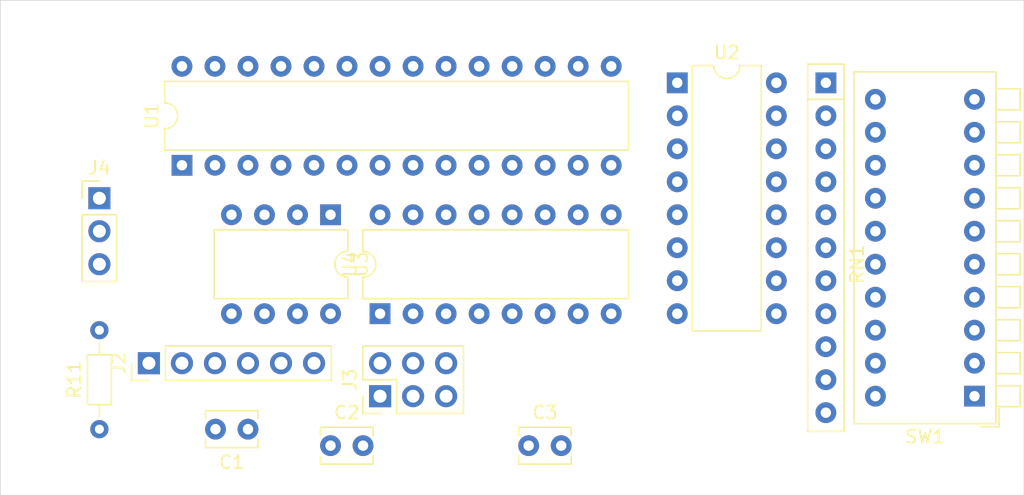
<source format=kicad_pcb>
(kicad_pcb (version 20171130) (host pcbnew "(5.1.9)-1")

  (general
    (thickness 1.6)
    (drawings 4)
    (tracks 0)
    (zones 0)
    (modules 13)
    (nets 26)
  )

  (page A)
  (title_block
    (title DMX-ACCS)
    (date 2022-02-05)
    (rev 00)
    (company "Patrick Farley")
  )

  (layers
    (0 F.Cu signal)
    (31 B.Cu signal)
    (32 B.Adhes user)
    (33 F.Adhes user)
    (34 B.Paste user)
    (35 F.Paste user)
    (36 B.SilkS user)
    (37 F.SilkS user)
    (38 B.Mask user)
    (39 F.Mask user)
    (40 Dwgs.User user)
    (41 Cmts.User user)
    (42 Eco1.User user)
    (43 Eco2.User user)
    (44 Edge.Cuts user)
    (45 Margin user)
    (46 B.CrtYd user)
    (47 F.CrtYd user)
    (48 B.Fab user)
    (49 F.Fab user)
  )

  (setup
    (last_trace_width 0.25)
    (trace_clearance 0.2)
    (zone_clearance 0.508)
    (zone_45_only no)
    (trace_min 0.2)
    (via_size 0.8)
    (via_drill 0.4)
    (via_min_size 0.4)
    (via_min_drill 0.3)
    (uvia_size 0.3)
    (uvia_drill 0.1)
    (uvias_allowed no)
    (uvia_min_size 0.2)
    (uvia_min_drill 0.1)
    (edge_width 0.05)
    (segment_width 0.2)
    (pcb_text_width 0.3)
    (pcb_text_size 1.5 1.5)
    (mod_edge_width 0.12)
    (mod_text_size 1 1)
    (mod_text_width 0.15)
    (pad_size 1.524 1.524)
    (pad_drill 0.762)
    (pad_to_mask_clearance 0)
    (aux_axis_origin 0 0)
    (visible_elements 7FFFFFFF)
    (pcbplotparams
      (layerselection 0x010fc_ffffffff)
      (usegerberextensions false)
      (usegerberattributes true)
      (usegerberadvancedattributes true)
      (creategerberjobfile true)
      (excludeedgelayer true)
      (linewidth 0.100000)
      (plotframeref false)
      (viasonmask false)
      (mode 1)
      (useauxorigin false)
      (hpglpennumber 1)
      (hpglpenspeed 20)
      (hpglpendiameter 15.000000)
      (psnegative false)
      (psa4output false)
      (plotreference true)
      (plotvalue true)
      (plotinvisibletext false)
      (padsonsilk false)
      (subtractmaskfromsilk false)
      (outputformat 1)
      (mirror false)
      (drillshape 1)
      (scaleselection 1)
      (outputdirectory ""))
  )

  (net 0 "")
  (net 1 "Net-(C1-Pad2)")
  (net 2 "Net-(J2-Pad5)")
  (net 3 "Net-(J3-Pad4)")
  (net 4 "Net-(J3-Pad1)")
  (net 5 "Net-(J3-Pad3)")
  (net 6 +5V)
  (net 7 GND)
  (net 8 "Net-(C1-Pad1)")
  (net 9 DMX-DATA-IN)
  (net 10 ADD_DMX_DATA)
  (net 11 "Net-(U2-Pad10)")
  (net 12 "Net-(J4-Pad3)")
  (net 13 "Net-(J4-Pad2)")
  (net 14 "Net-(RN1-Pad2)")
  (net 15 "Net-(RN1-Pad3)")
  (net 16 "Net-(RN1-Pad4)")
  (net 17 "Net-(RN1-Pad5)")
  (net 18 "Net-(RN1-Pad6)")
  (net 19 "Net-(RN1-Pad7)")
  (net 20 "Net-(RN1-Pad8)")
  (net 21 "Net-(RN1-Pad9)")
  (net 22 "Net-(RN1-Pad10)")
  (net 23 "Net-(RN1-Pad11)")
  (net 24 CLOCK)
  (net 25 LOAD)

  (net_class Default "This is the default net class."
    (clearance 0.2)
    (trace_width 0.25)
    (via_dia 0.8)
    (via_drill 0.4)
    (uvia_dia 0.3)
    (uvia_drill 0.1)
    (add_net +5V)
    (add_net ADD_DMX_DATA)
    (add_net CLOCK)
    (add_net DMX-DATA-IN)
    (add_net GND)
    (add_net LOAD)
    (add_net "Net-(C1-Pad1)")
    (add_net "Net-(C1-Pad2)")
    (add_net "Net-(J2-Pad5)")
    (add_net "Net-(J3-Pad1)")
    (add_net "Net-(J3-Pad3)")
    (add_net "Net-(J3-Pad4)")
    (add_net "Net-(J4-Pad2)")
    (add_net "Net-(J4-Pad3)")
    (add_net "Net-(RN1-Pad10)")
    (add_net "Net-(RN1-Pad11)")
    (add_net "Net-(RN1-Pad2)")
    (add_net "Net-(RN1-Pad3)")
    (add_net "Net-(RN1-Pad4)")
    (add_net "Net-(RN1-Pad5)")
    (add_net "Net-(RN1-Pad6)")
    (add_net "Net-(RN1-Pad7)")
    (add_net "Net-(RN1-Pad8)")
    (add_net "Net-(RN1-Pad9)")
    (add_net "Net-(U2-Pad10)")
  )

  (module Capacitor_THT:C_Disc_D3.8mm_W2.6mm_P2.50mm (layer F.Cu) (tedit 5AE50EF0) (tstamp 6200FB1E)
    (at 82.55 83.82 180)
    (descr "C, Disc series, Radial, pin pitch=2.50mm, , diameter*width=3.8*2.6mm^2, Capacitor, http://www.vishay.com/docs/45233/krseries.pdf")
    (tags "C Disc series Radial pin pitch 2.50mm  diameter 3.8mm width 2.6mm Capacitor")
    (path /62013509)
    (fp_text reference C1 (at 1.25 -2.55) (layer F.SilkS)
      (effects (font (size 1 1) (thickness 0.15)))
    )
    (fp_text value C (at 1.25 2.55) (layer F.Fab)
      (effects (font (size 1 1) (thickness 0.15)))
    )
    (fp_line (start 3.55 -1.55) (end -1.05 -1.55) (layer F.CrtYd) (width 0.05))
    (fp_line (start 3.55 1.55) (end 3.55 -1.55) (layer F.CrtYd) (width 0.05))
    (fp_line (start -1.05 1.55) (end 3.55 1.55) (layer F.CrtYd) (width 0.05))
    (fp_line (start -1.05 -1.55) (end -1.05 1.55) (layer F.CrtYd) (width 0.05))
    (fp_line (start 3.27 0.795) (end 3.27 1.42) (layer F.SilkS) (width 0.12))
    (fp_line (start 3.27 -1.42) (end 3.27 -0.795) (layer F.SilkS) (width 0.12))
    (fp_line (start -0.77 0.795) (end -0.77 1.42) (layer F.SilkS) (width 0.12))
    (fp_line (start -0.77 -1.42) (end -0.77 -0.795) (layer F.SilkS) (width 0.12))
    (fp_line (start -0.77 1.42) (end 3.27 1.42) (layer F.SilkS) (width 0.12))
    (fp_line (start -0.77 -1.42) (end 3.27 -1.42) (layer F.SilkS) (width 0.12))
    (fp_line (start 3.15 -1.3) (end -0.65 -1.3) (layer F.Fab) (width 0.1))
    (fp_line (start 3.15 1.3) (end 3.15 -1.3) (layer F.Fab) (width 0.1))
    (fp_line (start -0.65 1.3) (end 3.15 1.3) (layer F.Fab) (width 0.1))
    (fp_line (start -0.65 -1.3) (end -0.65 1.3) (layer F.Fab) (width 0.1))
    (fp_text user %R (at 1.25 0) (layer F.Fab)
      (effects (font (size 0.76 0.76) (thickness 0.114)))
    )
    (pad 1 thru_hole circle (at 0 0 180) (size 1.6 1.6) (drill 0.8) (layers *.Cu *.Mask)
      (net 8 "Net-(C1-Pad1)"))
    (pad 2 thru_hole circle (at 2.5 0 180) (size 1.6 1.6) (drill 0.8) (layers *.Cu *.Mask)
      (net 1 "Net-(C1-Pad2)"))
    (model ${KISYS3DMOD}/Capacitor_THT.3dshapes/C_Disc_D3.8mm_W2.6mm_P2.50mm.wrl
      (at (xyz 0 0 0))
      (scale (xyz 1 1 1))
      (rotate (xyz 0 0 0))
    )
  )

  (module Capacitor_THT:C_Disc_D3.8mm_W2.6mm_P2.50mm (layer F.Cu) (tedit 5AE50EF0) (tstamp 6200EB38)
    (at 88.9 85.09)
    (descr "C, Disc series, Radial, pin pitch=2.50mm, , diameter*width=3.8*2.6mm^2, Capacitor, http://www.vishay.com/docs/45233/krseries.pdf")
    (tags "C Disc series Radial pin pitch 2.50mm  diameter 3.8mm width 2.6mm Capacitor")
    (path /620050BC/5EB0BEA5)
    (fp_text reference C2 (at 1.25 -2.55) (layer F.SilkS)
      (effects (font (size 1 1) (thickness 0.15)))
    )
    (fp_text value 0.1UF (at 1.25 2.55) (layer F.Fab)
      (effects (font (size 1 1) (thickness 0.15)))
    )
    (fp_line (start 3.55 -1.55) (end -1.05 -1.55) (layer F.CrtYd) (width 0.05))
    (fp_line (start 3.55 1.55) (end 3.55 -1.55) (layer F.CrtYd) (width 0.05))
    (fp_line (start -1.05 1.55) (end 3.55 1.55) (layer F.CrtYd) (width 0.05))
    (fp_line (start -1.05 -1.55) (end -1.05 1.55) (layer F.CrtYd) (width 0.05))
    (fp_line (start 3.27 0.795) (end 3.27 1.42) (layer F.SilkS) (width 0.12))
    (fp_line (start 3.27 -1.42) (end 3.27 -0.795) (layer F.SilkS) (width 0.12))
    (fp_line (start -0.77 0.795) (end -0.77 1.42) (layer F.SilkS) (width 0.12))
    (fp_line (start -0.77 -1.42) (end -0.77 -0.795) (layer F.SilkS) (width 0.12))
    (fp_line (start -0.77 1.42) (end 3.27 1.42) (layer F.SilkS) (width 0.12))
    (fp_line (start -0.77 -1.42) (end 3.27 -1.42) (layer F.SilkS) (width 0.12))
    (fp_line (start 3.15 -1.3) (end -0.65 -1.3) (layer F.Fab) (width 0.1))
    (fp_line (start 3.15 1.3) (end 3.15 -1.3) (layer F.Fab) (width 0.1))
    (fp_line (start -0.65 1.3) (end 3.15 1.3) (layer F.Fab) (width 0.1))
    (fp_line (start -0.65 -1.3) (end -0.65 1.3) (layer F.Fab) (width 0.1))
    (fp_text user %R (at 1.25 0) (layer F.Fab)
      (effects (font (size 0.76 0.76) (thickness 0.114)))
    )
    (pad 1 thru_hole circle (at 0 0) (size 1.6 1.6) (drill 0.8) (layers *.Cu *.Mask)
      (net 6 +5V))
    (pad 2 thru_hole circle (at 2.5 0) (size 1.6 1.6) (drill 0.8) (layers *.Cu *.Mask)
      (net 7 GND))
    (model ${KISYS3DMOD}/Capacitor_THT.3dshapes/C_Disc_D3.8mm_W2.6mm_P2.50mm.wrl
      (at (xyz 0 0 0))
      (scale (xyz 1 1 1))
      (rotate (xyz 0 0 0))
    )
  )

  (module Capacitor_THT:C_Disc_D3.8mm_W2.6mm_P2.50mm (layer F.Cu) (tedit 5AE50EF0) (tstamp 6200EB4D)
    (at 104.14 85.09)
    (descr "C, Disc series, Radial, pin pitch=2.50mm, , diameter*width=3.8*2.6mm^2, Capacitor, http://www.vishay.com/docs/45233/krseries.pdf")
    (tags "C Disc series Radial pin pitch 2.50mm  diameter 3.8mm width 2.6mm Capacitor")
    (path /620050BC/5EB0BDFE)
    (fp_text reference C3 (at 1.25 -2.55) (layer F.SilkS)
      (effects (font (size 1 1) (thickness 0.15)))
    )
    (fp_text value 0.1UF (at 1.25 2.55) (layer F.Fab)
      (effects (font (size 1 1) (thickness 0.15)))
    )
    (fp_text user %R (at 1.25 0) (layer F.Fab)
      (effects (font (size 0.76 0.76) (thickness 0.114)))
    )
    (fp_line (start -0.65 -1.3) (end -0.65 1.3) (layer F.Fab) (width 0.1))
    (fp_line (start -0.65 1.3) (end 3.15 1.3) (layer F.Fab) (width 0.1))
    (fp_line (start 3.15 1.3) (end 3.15 -1.3) (layer F.Fab) (width 0.1))
    (fp_line (start 3.15 -1.3) (end -0.65 -1.3) (layer F.Fab) (width 0.1))
    (fp_line (start -0.77 -1.42) (end 3.27 -1.42) (layer F.SilkS) (width 0.12))
    (fp_line (start -0.77 1.42) (end 3.27 1.42) (layer F.SilkS) (width 0.12))
    (fp_line (start -0.77 -1.42) (end -0.77 -0.795) (layer F.SilkS) (width 0.12))
    (fp_line (start -0.77 0.795) (end -0.77 1.42) (layer F.SilkS) (width 0.12))
    (fp_line (start 3.27 -1.42) (end 3.27 -0.795) (layer F.SilkS) (width 0.12))
    (fp_line (start 3.27 0.795) (end 3.27 1.42) (layer F.SilkS) (width 0.12))
    (fp_line (start -1.05 -1.55) (end -1.05 1.55) (layer F.CrtYd) (width 0.05))
    (fp_line (start -1.05 1.55) (end 3.55 1.55) (layer F.CrtYd) (width 0.05))
    (fp_line (start 3.55 1.55) (end 3.55 -1.55) (layer F.CrtYd) (width 0.05))
    (fp_line (start 3.55 -1.55) (end -1.05 -1.55) (layer F.CrtYd) (width 0.05))
    (pad 2 thru_hole circle (at 2.5 0) (size 1.6 1.6) (drill 0.8) (layers *.Cu *.Mask)
      (net 7 GND))
    (pad 1 thru_hole circle (at 0 0) (size 1.6 1.6) (drill 0.8) (layers *.Cu *.Mask)
      (net 6 +5V))
    (model ${KISYS3DMOD}/Capacitor_THT.3dshapes/C_Disc_D3.8mm_W2.6mm_P2.50mm.wrl
      (at (xyz 0 0 0))
      (scale (xyz 1 1 1))
      (rotate (xyz 0 0 0))
    )
  )

  (module Connector_PinHeader_2.54mm:PinHeader_1x06_P2.54mm_Vertical (layer F.Cu) (tedit 59FED5CC) (tstamp 6200EB80)
    (at 74.93 78.74 90)
    (descr "Through hole straight pin header, 1x06, 2.54mm pitch, single row")
    (tags "Through hole pin header THT 1x06 2.54mm single row")
    (path /6200110D)
    (fp_text reference J2 (at 0 -2.33 90) (layer F.SilkS)
      (effects (font (size 1 1) (thickness 0.15)))
    )
    (fp_text value Conn_01x06 (at 0 15.03 90) (layer F.Fab)
      (effects (font (size 1 1) (thickness 0.15)))
    )
    (fp_line (start 1.8 -1.8) (end -1.8 -1.8) (layer F.CrtYd) (width 0.05))
    (fp_line (start 1.8 14.5) (end 1.8 -1.8) (layer F.CrtYd) (width 0.05))
    (fp_line (start -1.8 14.5) (end 1.8 14.5) (layer F.CrtYd) (width 0.05))
    (fp_line (start -1.8 -1.8) (end -1.8 14.5) (layer F.CrtYd) (width 0.05))
    (fp_line (start -1.33 -1.33) (end 0 -1.33) (layer F.SilkS) (width 0.12))
    (fp_line (start -1.33 0) (end -1.33 -1.33) (layer F.SilkS) (width 0.12))
    (fp_line (start -1.33 1.27) (end 1.33 1.27) (layer F.SilkS) (width 0.12))
    (fp_line (start 1.33 1.27) (end 1.33 14.03) (layer F.SilkS) (width 0.12))
    (fp_line (start -1.33 1.27) (end -1.33 14.03) (layer F.SilkS) (width 0.12))
    (fp_line (start -1.33 14.03) (end 1.33 14.03) (layer F.SilkS) (width 0.12))
    (fp_line (start -1.27 -0.635) (end -0.635 -1.27) (layer F.Fab) (width 0.1))
    (fp_line (start -1.27 13.97) (end -1.27 -0.635) (layer F.Fab) (width 0.1))
    (fp_line (start 1.27 13.97) (end -1.27 13.97) (layer F.Fab) (width 0.1))
    (fp_line (start 1.27 -1.27) (end 1.27 13.97) (layer F.Fab) (width 0.1))
    (fp_line (start -0.635 -1.27) (end 1.27 -1.27) (layer F.Fab) (width 0.1))
    (fp_text user %R (at 0 6.35) (layer F.Fab)
      (effects (font (size 1 1) (thickness 0.15)))
    )
    (pad 1 thru_hole rect (at 0 0 90) (size 1.7 1.7) (drill 1) (layers *.Cu *.Mask)
      (net 7 GND))
    (pad 2 thru_hole oval (at 0 2.54 90) (size 1.7 1.7) (drill 1) (layers *.Cu *.Mask))
    (pad 3 thru_hole oval (at 0 5.08 90) (size 1.7 1.7) (drill 1) (layers *.Cu *.Mask)
      (net 6 +5V))
    (pad 4 thru_hole oval (at 0 7.62 90) (size 1.7 1.7) (drill 1) (layers *.Cu *.Mask)
      (net 9 DMX-DATA-IN))
    (pad 5 thru_hole oval (at 0 10.16 90) (size 1.7 1.7) (drill 1) (layers *.Cu *.Mask)
      (net 2 "Net-(J2-Pad5)"))
    (pad 6 thru_hole oval (at 0 12.7 90) (size 1.7 1.7) (drill 1) (layers *.Cu *.Mask)
      (net 8 "Net-(C1-Pad1)"))
    (model ${KISYS3DMOD}/Connector_PinHeader_2.54mm.3dshapes/PinHeader_1x06_P2.54mm_Vertical.wrl
      (at (xyz 0 0 0))
      (scale (xyz 1 1 1))
      (rotate (xyz 0 0 0))
    )
  )

  (module Connector_PinHeader_2.54mm:PinHeader_2x03_P2.54mm_Vertical (layer F.Cu) (tedit 59FED5CC) (tstamp 6200EB9C)
    (at 92.71 81.28 90)
    (descr "Through hole straight pin header, 2x03, 2.54mm pitch, double rows")
    (tags "Through hole pin header THT 2x03 2.54mm double row")
    (path /6200202E)
    (fp_text reference J3 (at 1.27 -2.33 90) (layer F.SilkS)
      (effects (font (size 1 1) (thickness 0.15)))
    )
    (fp_text value Conn_02x03_Odd_Even (at 1.27 7.41 90) (layer F.Fab)
      (effects (font (size 1 1) (thickness 0.15)))
    )
    (fp_line (start 4.35 -1.8) (end -1.8 -1.8) (layer F.CrtYd) (width 0.05))
    (fp_line (start 4.35 6.85) (end 4.35 -1.8) (layer F.CrtYd) (width 0.05))
    (fp_line (start -1.8 6.85) (end 4.35 6.85) (layer F.CrtYd) (width 0.05))
    (fp_line (start -1.8 -1.8) (end -1.8 6.85) (layer F.CrtYd) (width 0.05))
    (fp_line (start -1.33 -1.33) (end 0 -1.33) (layer F.SilkS) (width 0.12))
    (fp_line (start -1.33 0) (end -1.33 -1.33) (layer F.SilkS) (width 0.12))
    (fp_line (start 1.27 -1.33) (end 3.87 -1.33) (layer F.SilkS) (width 0.12))
    (fp_line (start 1.27 1.27) (end 1.27 -1.33) (layer F.SilkS) (width 0.12))
    (fp_line (start -1.33 1.27) (end 1.27 1.27) (layer F.SilkS) (width 0.12))
    (fp_line (start 3.87 -1.33) (end 3.87 6.41) (layer F.SilkS) (width 0.12))
    (fp_line (start -1.33 1.27) (end -1.33 6.41) (layer F.SilkS) (width 0.12))
    (fp_line (start -1.33 6.41) (end 3.87 6.41) (layer F.SilkS) (width 0.12))
    (fp_line (start -1.27 0) (end 0 -1.27) (layer F.Fab) (width 0.1))
    (fp_line (start -1.27 6.35) (end -1.27 0) (layer F.Fab) (width 0.1))
    (fp_line (start 3.81 6.35) (end -1.27 6.35) (layer F.Fab) (width 0.1))
    (fp_line (start 3.81 -1.27) (end 3.81 6.35) (layer F.Fab) (width 0.1))
    (fp_line (start 0 -1.27) (end 3.81 -1.27) (layer F.Fab) (width 0.1))
    (fp_text user %R (at 1.27 2.54) (layer F.Fab)
      (effects (font (size 1 1) (thickness 0.15)))
    )
    (pad 1 thru_hole rect (at 0 0 90) (size 1.7 1.7) (drill 1) (layers *.Cu *.Mask)
      (net 4 "Net-(J3-Pad1)"))
    (pad 2 thru_hole oval (at 2.54 0 90) (size 1.7 1.7) (drill 1) (layers *.Cu *.Mask)
      (net 6 +5V))
    (pad 3 thru_hole oval (at 0 2.54 90) (size 1.7 1.7) (drill 1) (layers *.Cu *.Mask)
      (net 5 "Net-(J3-Pad3)"))
    (pad 4 thru_hole oval (at 2.54 2.54 90) (size 1.7 1.7) (drill 1) (layers *.Cu *.Mask)
      (net 3 "Net-(J3-Pad4)"))
    (pad 5 thru_hole oval (at 0 5.08 90) (size 1.7 1.7) (drill 1) (layers *.Cu *.Mask)
      (net 1 "Net-(C1-Pad2)"))
    (pad 6 thru_hole oval (at 2.54 5.08 90) (size 1.7 1.7) (drill 1) (layers *.Cu *.Mask)
      (net 7 GND))
    (model ${KISYS3DMOD}/Connector_PinHeader_2.54mm.3dshapes/PinHeader_2x03_P2.54mm_Vertical.wrl
      (at (xyz 0 0 0))
      (scale (xyz 1 1 1))
      (rotate (xyz 0 0 0))
    )
  )

  (module Connector_PinHeader_2.54mm:PinHeader_1x03_P2.54mm_Vertical (layer F.Cu) (tedit 59FED5CC) (tstamp 6200EBB3)
    (at 71.12 66.04)
    (descr "Through hole straight pin header, 1x03, 2.54mm pitch, single row")
    (tags "Through hole pin header THT 1x03 2.54mm single row")
    (path /62011AB8/6201464B)
    (fp_text reference J4 (at 0 -2.33) (layer F.SilkS)
      (effects (font (size 1 1) (thickness 0.15)))
    )
    (fp_text value XLR3 (at 0 7.41) (layer F.Fab)
      (effects (font (size 1 1) (thickness 0.15)))
    )
    (fp_line (start 1.8 -1.8) (end -1.8 -1.8) (layer F.CrtYd) (width 0.05))
    (fp_line (start 1.8 6.85) (end 1.8 -1.8) (layer F.CrtYd) (width 0.05))
    (fp_line (start -1.8 6.85) (end 1.8 6.85) (layer F.CrtYd) (width 0.05))
    (fp_line (start -1.8 -1.8) (end -1.8 6.85) (layer F.CrtYd) (width 0.05))
    (fp_line (start -1.33 -1.33) (end 0 -1.33) (layer F.SilkS) (width 0.12))
    (fp_line (start -1.33 0) (end -1.33 -1.33) (layer F.SilkS) (width 0.12))
    (fp_line (start -1.33 1.27) (end 1.33 1.27) (layer F.SilkS) (width 0.12))
    (fp_line (start 1.33 1.27) (end 1.33 6.41) (layer F.SilkS) (width 0.12))
    (fp_line (start -1.33 1.27) (end -1.33 6.41) (layer F.SilkS) (width 0.12))
    (fp_line (start -1.33 6.41) (end 1.33 6.41) (layer F.SilkS) (width 0.12))
    (fp_line (start -1.27 -0.635) (end -0.635 -1.27) (layer F.Fab) (width 0.1))
    (fp_line (start -1.27 6.35) (end -1.27 -0.635) (layer F.Fab) (width 0.1))
    (fp_line (start 1.27 6.35) (end -1.27 6.35) (layer F.Fab) (width 0.1))
    (fp_line (start 1.27 -1.27) (end 1.27 6.35) (layer F.Fab) (width 0.1))
    (fp_line (start -0.635 -1.27) (end 1.27 -1.27) (layer F.Fab) (width 0.1))
    (fp_text user %R (at 0 2.54 90) (layer F.Fab)
      (effects (font (size 1 1) (thickness 0.15)))
    )
    (pad 1 thru_hole rect (at 0 0) (size 1.7 1.7) (drill 1) (layers *.Cu *.Mask)
      (net 7 GND))
    (pad 2 thru_hole oval (at 0 2.54) (size 1.7 1.7) (drill 1) (layers *.Cu *.Mask)
      (net 13 "Net-(J4-Pad2)"))
    (pad 3 thru_hole oval (at 0 5.08) (size 1.7 1.7) (drill 1) (layers *.Cu *.Mask)
      (net 12 "Net-(J4-Pad3)"))
    (model ${KISYS3DMOD}/Connector_PinHeader_2.54mm.3dshapes/PinHeader_1x03_P2.54mm_Vertical.wrl
      (at (xyz 0 0 0))
      (scale (xyz 1 1 1))
      (rotate (xyz 0 0 0))
    )
  )

  (module Resistor_THT:R_Axial_DIN0204_L3.6mm_D1.6mm_P7.62mm_Horizontal (layer F.Cu) (tedit 5AE5139B) (tstamp 6200EBCA)
    (at 71.12 83.82 90)
    (descr "Resistor, Axial_DIN0204 series, Axial, Horizontal, pin pitch=7.62mm, 0.167W, length*diameter=3.6*1.6mm^2, http://cdn-reichelt.de/documents/datenblatt/B400/1_4W%23YAG.pdf")
    (tags "Resistor Axial_DIN0204 series Axial Horizontal pin pitch 7.62mm 0.167W length 3.6mm diameter 1.6mm")
    (path /62019DB0)
    (fp_text reference R11 (at 3.81 -1.92 90) (layer F.SilkS)
      (effects (font (size 1 1) (thickness 0.15)))
    )
    (fp_text value R (at 3.81 1.92 90) (layer F.Fab)
      (effects (font (size 1 1) (thickness 0.15)))
    )
    (fp_line (start 8.57 -1.05) (end -0.95 -1.05) (layer F.CrtYd) (width 0.05))
    (fp_line (start 8.57 1.05) (end 8.57 -1.05) (layer F.CrtYd) (width 0.05))
    (fp_line (start -0.95 1.05) (end 8.57 1.05) (layer F.CrtYd) (width 0.05))
    (fp_line (start -0.95 -1.05) (end -0.95 1.05) (layer F.CrtYd) (width 0.05))
    (fp_line (start 6.68 0) (end 5.73 0) (layer F.SilkS) (width 0.12))
    (fp_line (start 0.94 0) (end 1.89 0) (layer F.SilkS) (width 0.12))
    (fp_line (start 5.73 -0.92) (end 1.89 -0.92) (layer F.SilkS) (width 0.12))
    (fp_line (start 5.73 0.92) (end 5.73 -0.92) (layer F.SilkS) (width 0.12))
    (fp_line (start 1.89 0.92) (end 5.73 0.92) (layer F.SilkS) (width 0.12))
    (fp_line (start 1.89 -0.92) (end 1.89 0.92) (layer F.SilkS) (width 0.12))
    (fp_line (start 7.62 0) (end 5.61 0) (layer F.Fab) (width 0.1))
    (fp_line (start 0 0) (end 2.01 0) (layer F.Fab) (width 0.1))
    (fp_line (start 5.61 -0.8) (end 2.01 -0.8) (layer F.Fab) (width 0.1))
    (fp_line (start 5.61 0.8) (end 5.61 -0.8) (layer F.Fab) (width 0.1))
    (fp_line (start 2.01 0.8) (end 5.61 0.8) (layer F.Fab) (width 0.1))
    (fp_line (start 2.01 -0.8) (end 2.01 0.8) (layer F.Fab) (width 0.1))
    (fp_text user %R (at 3.81 0 90) (layer F.Fab)
      (effects (font (size 0.72 0.72) (thickness 0.108)))
    )
    (pad 1 thru_hole circle (at 0 0 90) (size 1.4 1.4) (drill 0.7) (layers *.Cu *.Mask)
      (net 6 +5V))
    (pad 2 thru_hole oval (at 7.62 0 90) (size 1.4 1.4) (drill 0.7) (layers *.Cu *.Mask)
      (net 1 "Net-(C1-Pad2)"))
    (model ${KISYS3DMOD}/Resistor_THT.3dshapes/R_Axial_DIN0204_L3.6mm_D1.6mm_P7.62mm_Horizontal.wrl
      (at (xyz 0 0 0))
      (scale (xyz 1 1 1))
      (rotate (xyz 0 0 0))
    )
  )

  (module Resistor_THT:R_Array_SIP11 (layer F.Cu) (tedit 5A14249F) (tstamp 6200EBE8)
    (at 127 57.15 270)
    (descr "11-pin Resistor SIP pack")
    (tags R)
    (path /620050BC/6200DCA7)
    (fp_text reference RN1 (at 13.97 -2.4 90) (layer F.SilkS)
      (effects (font (size 1 1) (thickness 0.15)))
    )
    (fp_text value R_Network10 (at 13.97 2.4 90) (layer F.Fab)
      (effects (font (size 1 1) (thickness 0.15)))
    )
    (fp_line (start 27.1 -1.65) (end -1.7 -1.65) (layer F.CrtYd) (width 0.05))
    (fp_line (start 27.1 1.65) (end 27.1 -1.65) (layer F.CrtYd) (width 0.05))
    (fp_line (start -1.7 1.65) (end 27.1 1.65) (layer F.CrtYd) (width 0.05))
    (fp_line (start -1.7 -1.65) (end -1.7 1.65) (layer F.CrtYd) (width 0.05))
    (fp_line (start 1.27 -1.4) (end 1.27 1.4) (layer F.SilkS) (width 0.12))
    (fp_line (start 26.84 -1.4) (end -1.44 -1.4) (layer F.SilkS) (width 0.12))
    (fp_line (start 26.84 1.4) (end 26.84 -1.4) (layer F.SilkS) (width 0.12))
    (fp_line (start -1.44 1.4) (end 26.84 1.4) (layer F.SilkS) (width 0.12))
    (fp_line (start -1.44 -1.4) (end -1.44 1.4) (layer F.SilkS) (width 0.12))
    (fp_line (start 1.27 -1.25) (end 1.27 1.25) (layer F.Fab) (width 0.1))
    (fp_line (start 26.69 -1.25) (end -1.29 -1.25) (layer F.Fab) (width 0.1))
    (fp_line (start 26.69 1.25) (end 26.69 -1.25) (layer F.Fab) (width 0.1))
    (fp_line (start -1.29 1.25) (end 26.69 1.25) (layer F.Fab) (width 0.1))
    (fp_line (start -1.29 -1.25) (end -1.29 1.25) (layer F.Fab) (width 0.1))
    (fp_text user %R (at 12.7 0 90) (layer F.Fab)
      (effects (font (size 1 1) (thickness 0.15)))
    )
    (pad 1 thru_hole rect (at 0 0 270) (size 1.6 1.6) (drill 0.8) (layers *.Cu *.Mask)
      (net 6 +5V))
    (pad 2 thru_hole oval (at 2.54 0 270) (size 1.6 1.6) (drill 0.8) (layers *.Cu *.Mask)
      (net 14 "Net-(RN1-Pad2)"))
    (pad 3 thru_hole oval (at 5.08 0 270) (size 1.6 1.6) (drill 0.8) (layers *.Cu *.Mask)
      (net 15 "Net-(RN1-Pad3)"))
    (pad 4 thru_hole oval (at 7.62 0 270) (size 1.6 1.6) (drill 0.8) (layers *.Cu *.Mask)
      (net 16 "Net-(RN1-Pad4)"))
    (pad 5 thru_hole oval (at 10.16 0 270) (size 1.6 1.6) (drill 0.8) (layers *.Cu *.Mask)
      (net 17 "Net-(RN1-Pad5)"))
    (pad 6 thru_hole oval (at 12.7 0 270) (size 1.6 1.6) (drill 0.8) (layers *.Cu *.Mask)
      (net 18 "Net-(RN1-Pad6)"))
    (pad 7 thru_hole oval (at 15.24 0 270) (size 1.6 1.6) (drill 0.8) (layers *.Cu *.Mask)
      (net 19 "Net-(RN1-Pad7)"))
    (pad 8 thru_hole oval (at 17.78 0 270) (size 1.6 1.6) (drill 0.8) (layers *.Cu *.Mask)
      (net 20 "Net-(RN1-Pad8)"))
    (pad 9 thru_hole oval (at 20.32 0 270) (size 1.6 1.6) (drill 0.8) (layers *.Cu *.Mask)
      (net 21 "Net-(RN1-Pad9)"))
    (pad 10 thru_hole oval (at 22.86 0 270) (size 1.6 1.6) (drill 0.8) (layers *.Cu *.Mask)
      (net 22 "Net-(RN1-Pad10)"))
    (pad 11 thru_hole oval (at 25.4 0 270) (size 1.6 1.6) (drill 0.8) (layers *.Cu *.Mask)
      (net 23 "Net-(RN1-Pad11)"))
    (model ${KISYS3DMOD}/Resistor_THT.3dshapes/R_Array_SIP11.wrl
      (at (xyz 0 0 0))
      (scale (xyz 1 1 1))
      (rotate (xyz 0 0 0))
    )
  )

  (module Button_Switch_THT:SW_DIP_SPSTx10_Piano_10.8x26.96mm_W7.62mm_P2.54mm (layer F.Cu) (tedit 5A4E1406) (tstamp 6200EC60)
    (at 138.43 81.28 180)
    (descr "10x-dip-switch SPST , Piano, row spacing 7.62 mm (300 mils), body size 10.8x26.96mm")
    (tags "DIP Switch SPST Piano 7.62mm 300mil")
    (path /620050BC/5EA8E790)
    (fp_text reference SW1 (at 3.81 -3.11) (layer F.SilkS)
      (effects (font (size 1 1) (thickness 0.15)))
    )
    (fp_text value SW_DIP_x10 (at 3.81 25.97) (layer F.Fab)
      (effects (font (size 1 1) (thickness 0.15)))
    )
    (fp_line (start 9.5 -2.4) (end -3.65 -2.4) (layer F.CrtYd) (width 0.05))
    (fp_line (start 9.5 25.25) (end 9.5 -2.4) (layer F.CrtYd) (width 0.05))
    (fp_line (start -3.65 25.25) (end 9.5 25.25) (layer F.CrtYd) (width 0.05))
    (fp_line (start -3.65 -2.4) (end -3.65 25.25) (layer F.CrtYd) (width 0.05))
    (fp_line (start -1.65 22.05) (end -1.65 23.67) (layer F.SilkS) (width 0.12))
    (fp_line (start -3.51 22.05) (end -3.51 23.67) (layer F.SilkS) (width 0.12))
    (fp_line (start -3.51 23.67) (end -1.65 23.67) (layer F.SilkS) (width 0.12))
    (fp_line (start -3.51 22.05) (end -1.65 22.05) (layer F.SilkS) (width 0.12))
    (fp_line (start -1.65 19.51) (end -1.65 21.131) (layer F.SilkS) (width 0.12))
    (fp_line (start -3.51 19.51) (end -3.51 21.131) (layer F.SilkS) (width 0.12))
    (fp_line (start -3.51 21.131) (end -1.65 21.131) (layer F.SilkS) (width 0.12))
    (fp_line (start -3.51 19.51) (end -1.65 19.51) (layer F.SilkS) (width 0.12))
    (fp_line (start -1.65 16.971) (end -1.65 18.591) (layer F.SilkS) (width 0.12))
    (fp_line (start -3.51 16.971) (end -3.51 18.591) (layer F.SilkS) (width 0.12))
    (fp_line (start -3.51 18.591) (end -1.65 18.591) (layer F.SilkS) (width 0.12))
    (fp_line (start -3.51 16.971) (end -1.65 16.971) (layer F.SilkS) (width 0.12))
    (fp_line (start -1.65 14.43) (end -1.65 16.05) (layer F.SilkS) (width 0.12))
    (fp_line (start -3.51 14.43) (end -3.51 16.05) (layer F.SilkS) (width 0.12))
    (fp_line (start -3.51 16.05) (end -1.65 16.05) (layer F.SilkS) (width 0.12))
    (fp_line (start -3.51 14.43) (end -1.65 14.43) (layer F.SilkS) (width 0.12))
    (fp_line (start -1.65 11.89) (end -1.65 13.51) (layer F.SilkS) (width 0.12))
    (fp_line (start -3.51 11.89) (end -3.51 13.51) (layer F.SilkS) (width 0.12))
    (fp_line (start -3.51 13.51) (end -1.65 13.51) (layer F.SilkS) (width 0.12))
    (fp_line (start -3.51 11.89) (end -1.65 11.89) (layer F.SilkS) (width 0.12))
    (fp_line (start -1.65 9.35) (end -1.65 10.97) (layer F.SilkS) (width 0.12))
    (fp_line (start -3.51 9.35) (end -3.51 10.97) (layer F.SilkS) (width 0.12))
    (fp_line (start -3.51 10.97) (end -1.65 10.97) (layer F.SilkS) (width 0.12))
    (fp_line (start -3.51 9.35) (end -1.65 9.35) (layer F.SilkS) (width 0.12))
    (fp_line (start -1.65 6.81) (end -1.65 8.43) (layer F.SilkS) (width 0.12))
    (fp_line (start -3.51 6.81) (end -3.51 8.43) (layer F.SilkS) (width 0.12))
    (fp_line (start -3.51 8.43) (end -1.65 8.43) (layer F.SilkS) (width 0.12))
    (fp_line (start -3.51 6.81) (end -1.65 6.81) (layer F.SilkS) (width 0.12))
    (fp_line (start -1.65 4.27) (end -1.65 5.89) (layer F.SilkS) (width 0.12))
    (fp_line (start -3.51 4.27) (end -3.51 5.89) (layer F.SilkS) (width 0.12))
    (fp_line (start -3.51 5.89) (end -1.65 5.89) (layer F.SilkS) (width 0.12))
    (fp_line (start -3.51 4.27) (end -1.65 4.27) (layer F.SilkS) (width 0.12))
    (fp_line (start -1.65 1.73) (end -1.65 3.35) (layer F.SilkS) (width 0.12))
    (fp_line (start -3.51 1.73) (end -3.51 3.35) (layer F.SilkS) (width 0.12))
    (fp_line (start -3.51 3.35) (end -1.65 3.35) (layer F.SilkS) (width 0.12))
    (fp_line (start -3.51 1.73) (end -1.65 1.73) (layer F.SilkS) (width 0.12))
    (fp_line (start -1.65 -0.81) (end -1.65 0.81) (layer F.SilkS) (width 0.12))
    (fp_line (start -3.51 -0.81) (end -3.51 0.81) (layer F.SilkS) (width 0.12))
    (fp_line (start -3.51 0.81) (end -1.65 0.81) (layer F.SilkS) (width 0.12))
    (fp_line (start -3.51 -0.81) (end -1.65 -0.81) (layer F.SilkS) (width 0.12))
    (fp_line (start -1.89 -2.35) (end -1.89 -0.967) (layer F.SilkS) (width 0.12))
    (fp_line (start -1.89 -2.35) (end -0.507 -2.35) (layer F.SilkS) (width 0.12))
    (fp_line (start 9.27 -2.11) (end 9.27 24.971) (layer F.SilkS) (width 0.12))
    (fp_line (start -1.65 -2.11) (end -1.65 24.971) (layer F.SilkS) (width 0.12))
    (fp_line (start -1.65 24.971) (end 9.27 24.971) (layer F.SilkS) (width 0.12))
    (fp_line (start -1.65 -2.11) (end 9.27 -2.11) (layer F.SilkS) (width 0.12))
    (fp_line (start -3.39 22.11) (end -1.59 22.11) (layer F.Fab) (width 0.1))
    (fp_line (start -3.39 23.61) (end -3.39 22.11) (layer F.Fab) (width 0.1))
    (fp_line (start -1.59 23.61) (end -3.39 23.61) (layer F.Fab) (width 0.1))
    (fp_line (start -1.59 22.11) (end -1.59 23.61) (layer F.Fab) (width 0.1))
    (fp_line (start -3.39 19.57) (end -1.59 19.57) (layer F.Fab) (width 0.1))
    (fp_line (start -3.39 21.07) (end -3.39 19.57) (layer F.Fab) (width 0.1))
    (fp_line (start -1.59 21.07) (end -3.39 21.07) (layer F.Fab) (width 0.1))
    (fp_line (start -1.59 19.57) (end -1.59 21.07) (layer F.Fab) (width 0.1))
    (fp_line (start -3.39 17.03) (end -1.59 17.03) (layer F.Fab) (width 0.1))
    (fp_line (start -3.39 18.53) (end -3.39 17.03) (layer F.Fab) (width 0.1))
    (fp_line (start -1.59 18.53) (end -3.39 18.53) (layer F.Fab) (width 0.1))
    (fp_line (start -1.59 17.03) (end -1.59 18.53) (layer F.Fab) (width 0.1))
    (fp_line (start -3.39 14.49) (end -1.59 14.49) (layer F.Fab) (width 0.1))
    (fp_line (start -3.39 15.99) (end -3.39 14.49) (layer F.Fab) (width 0.1))
    (fp_line (start -1.59 15.99) (end -3.39 15.99) (layer F.Fab) (width 0.1))
    (fp_line (start -1.59 14.49) (end -1.59 15.99) (layer F.Fab) (width 0.1))
    (fp_line (start -3.39 11.95) (end -1.59 11.95) (layer F.Fab) (width 0.1))
    (fp_line (start -3.39 13.45) (end -3.39 11.95) (layer F.Fab) (width 0.1))
    (fp_line (start -1.59 13.45) (end -3.39 13.45) (layer F.Fab) (width 0.1))
    (fp_line (start -1.59 11.95) (end -1.59 13.45) (layer F.Fab) (width 0.1))
    (fp_line (start -3.39 9.41) (end -1.59 9.41) (layer F.Fab) (width 0.1))
    (fp_line (start -3.39 10.91) (end -3.39 9.41) (layer F.Fab) (width 0.1))
    (fp_line (start -1.59 10.91) (end -3.39 10.91) (layer F.Fab) (width 0.1))
    (fp_line (start -1.59 9.41) (end -1.59 10.91) (layer F.Fab) (width 0.1))
    (fp_line (start -3.39 6.87) (end -1.59 6.87) (layer F.Fab) (width 0.1))
    (fp_line (start -3.39 8.37) (end -3.39 6.87) (layer F.Fab) (width 0.1))
    (fp_line (start -1.59 8.37) (end -3.39 8.37) (layer F.Fab) (width 0.1))
    (fp_line (start -1.59 6.87) (end -1.59 8.37) (layer F.Fab) (width 0.1))
    (fp_line (start -3.39 4.33) (end -1.59 4.33) (layer F.Fab) (width 0.1))
    (fp_line (start -3.39 5.83) (end -3.39 4.33) (layer F.Fab) (width 0.1))
    (fp_line (start -1.59 5.83) (end -3.39 5.83) (layer F.Fab) (width 0.1))
    (fp_line (start -1.59 4.33) (end -1.59 5.83) (layer F.Fab) (width 0.1))
    (fp_line (start -3.39 1.79) (end -1.59 1.79) (layer F.Fab) (width 0.1))
    (fp_line (start -3.39 3.29) (end -3.39 1.79) (layer F.Fab) (width 0.1))
    (fp_line (start -1.59 3.29) (end -3.39 3.29) (layer F.Fab) (width 0.1))
    (fp_line (start -1.59 1.79) (end -1.59 3.29) (layer F.Fab) (width 0.1))
    (fp_line (start -3.39 -0.75) (end -1.59 -0.75) (layer F.Fab) (width 0.1))
    (fp_line (start -3.39 0.75) (end -3.39 -0.75) (layer F.Fab) (width 0.1))
    (fp_line (start -1.59 0.75) (end -3.39 0.75) (layer F.Fab) (width 0.1))
    (fp_line (start -1.59 -0.75) (end -1.59 0.75) (layer F.Fab) (width 0.1))
    (fp_line (start -1.59 -1.05) (end -0.59 -2.05) (layer F.Fab) (width 0.1))
    (fp_line (start -1.59 24.91) (end -1.59 -1.05) (layer F.Fab) (width 0.1))
    (fp_line (start 9.21 24.91) (end -1.59 24.91) (layer F.Fab) (width 0.1))
    (fp_line (start 9.21 -2.05) (end 9.21 24.91) (layer F.Fab) (width 0.1))
    (fp_line (start -0.59 -2.05) (end 9.21 -2.05) (layer F.Fab) (width 0.1))
    (fp_text user %R (at 3.81 11.43) (layer F.Fab)
      (effects (font (size 0.8 0.8) (thickness 0.12)))
    )
    (pad 1 thru_hole rect (at 0 0 180) (size 1.6 1.6) (drill 0.8) (layers *.Cu *.Mask)
      (net 7 GND))
    (pad 11 thru_hole oval (at 7.62 22.86 180) (size 1.6 1.6) (drill 0.8) (layers *.Cu *.Mask)
      (net 14 "Net-(RN1-Pad2)"))
    (pad 2 thru_hole oval (at 0 2.54 180) (size 1.6 1.6) (drill 0.8) (layers *.Cu *.Mask)
      (net 7 GND))
    (pad 12 thru_hole oval (at 7.62 20.32 180) (size 1.6 1.6) (drill 0.8) (layers *.Cu *.Mask)
      (net 15 "Net-(RN1-Pad3)"))
    (pad 3 thru_hole oval (at 0 5.08 180) (size 1.6 1.6) (drill 0.8) (layers *.Cu *.Mask)
      (net 7 GND))
    (pad 13 thru_hole oval (at 7.62 17.78 180) (size 1.6 1.6) (drill 0.8) (layers *.Cu *.Mask)
      (net 16 "Net-(RN1-Pad4)"))
    (pad 4 thru_hole oval (at 0 7.62 180) (size 1.6 1.6) (drill 0.8) (layers *.Cu *.Mask)
      (net 7 GND))
    (pad 14 thru_hole oval (at 7.62 15.24 180) (size 1.6 1.6) (drill 0.8) (layers *.Cu *.Mask)
      (net 17 "Net-(RN1-Pad5)"))
    (pad 5 thru_hole oval (at 0 10.16 180) (size 1.6 1.6) (drill 0.8) (layers *.Cu *.Mask)
      (net 7 GND))
    (pad 15 thru_hole oval (at 7.62 12.7 180) (size 1.6 1.6) (drill 0.8) (layers *.Cu *.Mask)
      (net 18 "Net-(RN1-Pad6)"))
    (pad 6 thru_hole oval (at 0 12.7 180) (size 1.6 1.6) (drill 0.8) (layers *.Cu *.Mask)
      (net 7 GND))
    (pad 16 thru_hole oval (at 7.62 10.16 180) (size 1.6 1.6) (drill 0.8) (layers *.Cu *.Mask)
      (net 19 "Net-(RN1-Pad7)"))
    (pad 7 thru_hole oval (at 0 15.24 180) (size 1.6 1.6) (drill 0.8) (layers *.Cu *.Mask)
      (net 7 GND))
    (pad 17 thru_hole oval (at 7.62 7.62 180) (size 1.6 1.6) (drill 0.8) (layers *.Cu *.Mask)
      (net 20 "Net-(RN1-Pad8)"))
    (pad 8 thru_hole oval (at 0 17.78 180) (size 1.6 1.6) (drill 0.8) (layers *.Cu *.Mask)
      (net 7 GND))
    (pad 18 thru_hole oval (at 7.62 5.08 180) (size 1.6 1.6) (drill 0.8) (layers *.Cu *.Mask)
      (net 21 "Net-(RN1-Pad9)"))
    (pad 9 thru_hole oval (at 0 20.32 180) (size 1.6 1.6) (drill 0.8) (layers *.Cu *.Mask)
      (net 7 GND))
    (pad 19 thru_hole oval (at 7.62 2.54 180) (size 1.6 1.6) (drill 0.8) (layers *.Cu *.Mask)
      (net 22 "Net-(RN1-Pad10)"))
    (pad 10 thru_hole oval (at 0 22.86 180) (size 1.6 1.6) (drill 0.8) (layers *.Cu *.Mask)
      (net 7 GND))
    (pad 20 thru_hole oval (at 7.62 0 180) (size 1.6 1.6) (drill 0.8) (layers *.Cu *.Mask)
      (net 23 "Net-(RN1-Pad11)"))
    (model ${KISYS3DMOD}/Button_Switch_THT.3dshapes/SW_DIP_SPSTx10_Piano_10.8x26.96mm_W7.62mm_P2.54mm.wrl
      (at (xyz 0 0 0))
      (scale (xyz 1 1 1))
      (rotate (xyz 0 0 90))
    )
  )

  (module Package_DIP:DIP-28_W7.62mm (layer F.Cu) (tedit 5A02E8C5) (tstamp 6200EC90)
    (at 77.47 63.5 90)
    (descr "28-lead though-hole mounted DIP package, row spacing 7.62 mm (300 mils)")
    (tags "THT DIP DIL PDIP 2.54mm 7.62mm 300mil")
    (path /61FFD512)
    (fp_text reference U1 (at 3.81 -2.33 90) (layer F.SilkS)
      (effects (font (size 1 1) (thickness 0.15)))
    )
    (fp_text value ATmega328P-PU (at 3.81 35.35 90) (layer F.Fab)
      (effects (font (size 1 1) (thickness 0.15)))
    )
    (fp_line (start 8.7 -1.55) (end -1.1 -1.55) (layer F.CrtYd) (width 0.05))
    (fp_line (start 8.7 34.55) (end 8.7 -1.55) (layer F.CrtYd) (width 0.05))
    (fp_line (start -1.1 34.55) (end 8.7 34.55) (layer F.CrtYd) (width 0.05))
    (fp_line (start -1.1 -1.55) (end -1.1 34.55) (layer F.CrtYd) (width 0.05))
    (fp_line (start 6.46 -1.33) (end 4.81 -1.33) (layer F.SilkS) (width 0.12))
    (fp_line (start 6.46 34.35) (end 6.46 -1.33) (layer F.SilkS) (width 0.12))
    (fp_line (start 1.16 34.35) (end 6.46 34.35) (layer F.SilkS) (width 0.12))
    (fp_line (start 1.16 -1.33) (end 1.16 34.35) (layer F.SilkS) (width 0.12))
    (fp_line (start 2.81 -1.33) (end 1.16 -1.33) (layer F.SilkS) (width 0.12))
    (fp_line (start 0.635 -0.27) (end 1.635 -1.27) (layer F.Fab) (width 0.1))
    (fp_line (start 0.635 34.29) (end 0.635 -0.27) (layer F.Fab) (width 0.1))
    (fp_line (start 6.985 34.29) (end 0.635 34.29) (layer F.Fab) (width 0.1))
    (fp_line (start 6.985 -1.27) (end 6.985 34.29) (layer F.Fab) (width 0.1))
    (fp_line (start 1.635 -1.27) (end 6.985 -1.27) (layer F.Fab) (width 0.1))
    (fp_arc (start 3.81 -1.33) (end 2.81 -1.33) (angle -180) (layer F.SilkS) (width 0.12))
    (fp_text user %R (at 3.81 16.51 90) (layer F.Fab)
      (effects (font (size 1 1) (thickness 0.15)))
    )
    (pad 1 thru_hole rect (at 0 0 90) (size 1.6 1.6) (drill 0.8) (layers *.Cu *.Mask)
      (net 1 "Net-(C1-Pad2)"))
    (pad 15 thru_hole oval (at 7.62 33.02 90) (size 1.6 1.6) (drill 0.8) (layers *.Cu *.Mask))
    (pad 2 thru_hole oval (at 0 2.54 90) (size 1.6 1.6) (drill 0.8) (layers *.Cu *.Mask)
      (net 9 DMX-DATA-IN))
    (pad 16 thru_hole oval (at 7.62 30.48 90) (size 1.6 1.6) (drill 0.8) (layers *.Cu *.Mask))
    (pad 3 thru_hole oval (at 0 5.08 90) (size 1.6 1.6) (drill 0.8) (layers *.Cu *.Mask)
      (net 2 "Net-(J2-Pad5)"))
    (pad 17 thru_hole oval (at 7.62 27.94 90) (size 1.6 1.6) (drill 0.8) (layers *.Cu *.Mask)
      (net 3 "Net-(J3-Pad4)"))
    (pad 4 thru_hole oval (at 0 7.62 90) (size 1.6 1.6) (drill 0.8) (layers *.Cu *.Mask)
      (net 10 ADD_DMX_DATA))
    (pad 18 thru_hole oval (at 7.62 25.4 90) (size 1.6 1.6) (drill 0.8) (layers *.Cu *.Mask)
      (net 4 "Net-(J3-Pad1)"))
    (pad 5 thru_hole oval (at 0 10.16 90) (size 1.6 1.6) (drill 0.8) (layers *.Cu *.Mask)
      (net 24 CLOCK))
    (pad 19 thru_hole oval (at 7.62 22.86 90) (size 1.6 1.6) (drill 0.8) (layers *.Cu *.Mask)
      (net 5 "Net-(J3-Pad3)"))
    (pad 6 thru_hole oval (at 0 12.7 90) (size 1.6 1.6) (drill 0.8) (layers *.Cu *.Mask)
      (net 25 LOAD))
    (pad 20 thru_hole oval (at 7.62 20.32 90) (size 1.6 1.6) (drill 0.8) (layers *.Cu *.Mask))
    (pad 7 thru_hole oval (at 0 15.24 90) (size 1.6 1.6) (drill 0.8) (layers *.Cu *.Mask)
      (net 6 +5V))
    (pad 21 thru_hole oval (at 7.62 17.78 90) (size 1.6 1.6) (drill 0.8) (layers *.Cu *.Mask))
    (pad 8 thru_hole oval (at 0 17.78 90) (size 1.6 1.6) (drill 0.8) (layers *.Cu *.Mask)
      (net 7 GND))
    (pad 22 thru_hole oval (at 7.62 15.24 90) (size 1.6 1.6) (drill 0.8) (layers *.Cu *.Mask)
      (net 7 GND))
    (pad 9 thru_hole oval (at 0 20.32 90) (size 1.6 1.6) (drill 0.8) (layers *.Cu *.Mask))
    (pad 23 thru_hole oval (at 7.62 12.7 90) (size 1.6 1.6) (drill 0.8) (layers *.Cu *.Mask))
    (pad 10 thru_hole oval (at 0 22.86 90) (size 1.6 1.6) (drill 0.8) (layers *.Cu *.Mask))
    (pad 24 thru_hole oval (at 7.62 10.16 90) (size 1.6 1.6) (drill 0.8) (layers *.Cu *.Mask))
    (pad 11 thru_hole oval (at 0 25.4 90) (size 1.6 1.6) (drill 0.8) (layers *.Cu *.Mask))
    (pad 25 thru_hole oval (at 7.62 7.62 90) (size 1.6 1.6) (drill 0.8) (layers *.Cu *.Mask))
    (pad 12 thru_hole oval (at 0 27.94 90) (size 1.6 1.6) (drill 0.8) (layers *.Cu *.Mask))
    (pad 26 thru_hole oval (at 7.62 5.08 90) (size 1.6 1.6) (drill 0.8) (layers *.Cu *.Mask))
    (pad 13 thru_hole oval (at 0 30.48 90) (size 1.6 1.6) (drill 0.8) (layers *.Cu *.Mask))
    (pad 27 thru_hole oval (at 7.62 2.54 90) (size 1.6 1.6) (drill 0.8) (layers *.Cu *.Mask))
    (pad 14 thru_hole oval (at 0 33.02 90) (size 1.6 1.6) (drill 0.8) (layers *.Cu *.Mask))
    (pad 28 thru_hole oval (at 7.62 0 90) (size 1.6 1.6) (drill 0.8) (layers *.Cu *.Mask))
    (model ${KISYS3DMOD}/Package_DIP.3dshapes/DIP-28_W7.62mm.wrl
      (at (xyz 0 0 0))
      (scale (xyz 1 1 1))
      (rotate (xyz 0 0 0))
    )
  )

  (module Package_DIP:DIP-8_W7.62mm (layer F.Cu) (tedit 5A02E8C5) (tstamp 6200ECD8)
    (at 88.9 67.31 270)
    (descr "8-lead though-hole mounted DIP package, row spacing 7.62 mm (300 mils)")
    (tags "THT DIP DIL PDIP 2.54mm 7.62mm 300mil")
    (path /62011AB8/62014662)
    (fp_text reference U3 (at 3.81 -2.33 90) (layer F.SilkS)
      (effects (font (size 1 1) (thickness 0.15)))
    )
    (fp_text value LTC485 (at 3.81 9.95 90) (layer F.Fab)
      (effects (font (size 1 1) (thickness 0.15)))
    )
    (fp_line (start 8.7 -1.55) (end -1.1 -1.55) (layer F.CrtYd) (width 0.05))
    (fp_line (start 8.7 9.15) (end 8.7 -1.55) (layer F.CrtYd) (width 0.05))
    (fp_line (start -1.1 9.15) (end 8.7 9.15) (layer F.CrtYd) (width 0.05))
    (fp_line (start -1.1 -1.55) (end -1.1 9.15) (layer F.CrtYd) (width 0.05))
    (fp_line (start 6.46 -1.33) (end 4.81 -1.33) (layer F.SilkS) (width 0.12))
    (fp_line (start 6.46 8.95) (end 6.46 -1.33) (layer F.SilkS) (width 0.12))
    (fp_line (start 1.16 8.95) (end 6.46 8.95) (layer F.SilkS) (width 0.12))
    (fp_line (start 1.16 -1.33) (end 1.16 8.95) (layer F.SilkS) (width 0.12))
    (fp_line (start 2.81 -1.33) (end 1.16 -1.33) (layer F.SilkS) (width 0.12))
    (fp_line (start 0.635 -0.27) (end 1.635 -1.27) (layer F.Fab) (width 0.1))
    (fp_line (start 0.635 8.89) (end 0.635 -0.27) (layer F.Fab) (width 0.1))
    (fp_line (start 6.985 8.89) (end 0.635 8.89) (layer F.Fab) (width 0.1))
    (fp_line (start 6.985 -1.27) (end 6.985 8.89) (layer F.Fab) (width 0.1))
    (fp_line (start 1.635 -1.27) (end 6.985 -1.27) (layer F.Fab) (width 0.1))
    (fp_arc (start 3.81 -1.33) (end 2.81 -1.33) (angle -180) (layer F.SilkS) (width 0.12))
    (fp_text user %R (at 3.81 3.81 90) (layer F.Fab)
      (effects (font (size 1 1) (thickness 0.15)))
    )
    (pad 1 thru_hole rect (at 0 0 270) (size 1.6 1.6) (drill 0.8) (layers *.Cu *.Mask)
      (net 9 DMX-DATA-IN))
    (pad 5 thru_hole oval (at 7.62 7.62 270) (size 1.6 1.6) (drill 0.8) (layers *.Cu *.Mask)
      (net 7 GND))
    (pad 2 thru_hole oval (at 0 2.54 270) (size 1.6 1.6) (drill 0.8) (layers *.Cu *.Mask)
      (net 7 GND))
    (pad 6 thru_hole oval (at 7.62 5.08 270) (size 1.6 1.6) (drill 0.8) (layers *.Cu *.Mask)
      (net 12 "Net-(J4-Pad3)"))
    (pad 3 thru_hole oval (at 0 5.08 270) (size 1.6 1.6) (drill 0.8) (layers *.Cu *.Mask)
      (net 7 GND))
    (pad 7 thru_hole oval (at 7.62 2.54 270) (size 1.6 1.6) (drill 0.8) (layers *.Cu *.Mask)
      (net 13 "Net-(J4-Pad2)"))
    (pad 4 thru_hole oval (at 0 7.62 270) (size 1.6 1.6) (drill 0.8) (layers *.Cu *.Mask))
    (pad 8 thru_hole oval (at 7.62 0 270) (size 1.6 1.6) (drill 0.8) (layers *.Cu *.Mask)
      (net 6 +5V))
    (model ${KISYS3DMOD}/Package_DIP.3dshapes/DIP-8_W7.62mm.wrl
      (at (xyz 0 0 0))
      (scale (xyz 1 1 1))
      (rotate (xyz 0 0 0))
    )
  )

  (module Package_DIP:DIP-16_W7.62mm (layer F.Cu) (tedit 5A02E8C5) (tstamp 62010169)
    (at 115.57 57.15)
    (descr "16-lead though-hole mounted DIP package, row spacing 7.62 mm (300 mils)")
    (tags "THT DIP DIL PDIP 2.54mm 7.62mm 300mil")
    (path /620050BC/5EA8EAEE)
    (fp_text reference U2 (at 3.81 -2.33) (layer F.SilkS)
      (effects (font (size 1 1) (thickness 0.15)))
    )
    (fp_text value 74165 (at 3.81 20.11) (layer F.Fab)
      (effects (font (size 1 1) (thickness 0.15)))
    )
    (fp_line (start 8.7 -1.55) (end -1.1 -1.55) (layer F.CrtYd) (width 0.05))
    (fp_line (start 8.7 19.3) (end 8.7 -1.55) (layer F.CrtYd) (width 0.05))
    (fp_line (start -1.1 19.3) (end 8.7 19.3) (layer F.CrtYd) (width 0.05))
    (fp_line (start -1.1 -1.55) (end -1.1 19.3) (layer F.CrtYd) (width 0.05))
    (fp_line (start 6.46 -1.33) (end 4.81 -1.33) (layer F.SilkS) (width 0.12))
    (fp_line (start 6.46 19.11) (end 6.46 -1.33) (layer F.SilkS) (width 0.12))
    (fp_line (start 1.16 19.11) (end 6.46 19.11) (layer F.SilkS) (width 0.12))
    (fp_line (start 1.16 -1.33) (end 1.16 19.11) (layer F.SilkS) (width 0.12))
    (fp_line (start 2.81 -1.33) (end 1.16 -1.33) (layer F.SilkS) (width 0.12))
    (fp_line (start 0.635 -0.27) (end 1.635 -1.27) (layer F.Fab) (width 0.1))
    (fp_line (start 0.635 19.05) (end 0.635 -0.27) (layer F.Fab) (width 0.1))
    (fp_line (start 6.985 19.05) (end 0.635 19.05) (layer F.Fab) (width 0.1))
    (fp_line (start 6.985 -1.27) (end 6.985 19.05) (layer F.Fab) (width 0.1))
    (fp_line (start 1.635 -1.27) (end 6.985 -1.27) (layer F.Fab) (width 0.1))
    (fp_arc (start 3.81 -1.33) (end 2.81 -1.33) (angle -180) (layer F.SilkS) (width 0.12))
    (fp_text user %R (at 3.81 8.89) (layer F.Fab)
      (effects (font (size 1 1) (thickness 0.15)))
    )
    (pad 1 thru_hole rect (at 0 0) (size 1.6 1.6) (drill 0.8) (layers *.Cu *.Mask))
    (pad 9 thru_hole oval (at 7.62 17.78) (size 1.6 1.6) (drill 0.8) (layers *.Cu *.Mask)
      (net 10 ADD_DMX_DATA))
    (pad 2 thru_hole oval (at 0 2.54) (size 1.6 1.6) (drill 0.8) (layers *.Cu *.Mask)
      (net 24 CLOCK))
    (pad 10 thru_hole oval (at 7.62 15.24) (size 1.6 1.6) (drill 0.8) (layers *.Cu *.Mask)
      (net 11 "Net-(U2-Pad10)"))
    (pad 3 thru_hole oval (at 0 5.08) (size 1.6 1.6) (drill 0.8) (layers *.Cu *.Mask))
    (pad 11 thru_hole oval (at 7.62 12.7) (size 1.6 1.6) (drill 0.8) (layers *.Cu *.Mask)
      (net 15 "Net-(RN1-Pad3)"))
    (pad 4 thru_hole oval (at 0 7.62) (size 1.6 1.6) (drill 0.8) (layers *.Cu *.Mask))
    (pad 12 thru_hole oval (at 7.62 10.16) (size 1.6 1.6) (drill 0.8) (layers *.Cu *.Mask)
      (net 14 "Net-(RN1-Pad2)"))
    (pad 5 thru_hole oval (at 0 10.16) (size 1.6 1.6) (drill 0.8) (layers *.Cu *.Mask))
    (pad 13 thru_hole oval (at 7.62 7.62) (size 1.6 1.6) (drill 0.8) (layers *.Cu *.Mask))
    (pad 6 thru_hole oval (at 0 12.7) (size 1.6 1.6) (drill 0.8) (layers *.Cu *.Mask))
    (pad 14 thru_hole oval (at 7.62 5.08) (size 1.6 1.6) (drill 0.8) (layers *.Cu *.Mask))
    (pad 7 thru_hole oval (at 0 15.24) (size 1.6 1.6) (drill 0.8) (layers *.Cu *.Mask))
    (pad 15 thru_hole oval (at 7.62 2.54) (size 1.6 1.6) (drill 0.8) (layers *.Cu *.Mask)
      (net 7 GND))
    (pad 8 thru_hole oval (at 0 17.78) (size 1.6 1.6) (drill 0.8) (layers *.Cu *.Mask)
      (net 7 GND))
    (pad 16 thru_hole oval (at 7.62 0) (size 1.6 1.6) (drill 0.8) (layers *.Cu *.Mask)
      (net 6 +5V))
    (model ${KISYS3DMOD}/Package_DIP.3dshapes/DIP-16_W7.62mm.wrl
      (at (xyz 0 0 0))
      (scale (xyz 1 1 1))
      (rotate (xyz 0 0 0))
    )
  )

  (module Package_DIP:DIP-16_W7.62mm (layer F.Cu) (tedit 5A02E8C5) (tstamp 620106AE)
    (at 92.71 74.93 90)
    (descr "16-lead though-hole mounted DIP package, row spacing 7.62 mm (300 mils)")
    (tags "THT DIP DIL PDIP 2.54mm 7.62mm 300mil")
    (path /620050BC/5EA8E9B4)
    (fp_text reference U4 (at 3.81 -2.33 90) (layer F.SilkS)
      (effects (font (size 1 1) (thickness 0.15)))
    )
    (fp_text value 74165 (at 3.81 20.11 90) (layer F.Fab)
      (effects (font (size 1 1) (thickness 0.15)))
    )
    (fp_line (start 8.7 -1.55) (end -1.1 -1.55) (layer F.CrtYd) (width 0.05))
    (fp_line (start 8.7 19.3) (end 8.7 -1.55) (layer F.CrtYd) (width 0.05))
    (fp_line (start -1.1 19.3) (end 8.7 19.3) (layer F.CrtYd) (width 0.05))
    (fp_line (start -1.1 -1.55) (end -1.1 19.3) (layer F.CrtYd) (width 0.05))
    (fp_line (start 6.46 -1.33) (end 4.81 -1.33) (layer F.SilkS) (width 0.12))
    (fp_line (start 6.46 19.11) (end 6.46 -1.33) (layer F.SilkS) (width 0.12))
    (fp_line (start 1.16 19.11) (end 6.46 19.11) (layer F.SilkS) (width 0.12))
    (fp_line (start 1.16 -1.33) (end 1.16 19.11) (layer F.SilkS) (width 0.12))
    (fp_line (start 2.81 -1.33) (end 1.16 -1.33) (layer F.SilkS) (width 0.12))
    (fp_line (start 0.635 -0.27) (end 1.635 -1.27) (layer F.Fab) (width 0.1))
    (fp_line (start 0.635 19.05) (end 0.635 -0.27) (layer F.Fab) (width 0.1))
    (fp_line (start 6.985 19.05) (end 0.635 19.05) (layer F.Fab) (width 0.1))
    (fp_line (start 6.985 -1.27) (end 6.985 19.05) (layer F.Fab) (width 0.1))
    (fp_line (start 1.635 -1.27) (end 6.985 -1.27) (layer F.Fab) (width 0.1))
    (fp_arc (start 3.81 -1.33) (end 2.81 -1.33) (angle -180) (layer F.SilkS) (width 0.12))
    (fp_text user %R (at 3.81 8.89 90) (layer F.Fab)
      (effects (font (size 1 1) (thickness 0.15)))
    )
    (pad 1 thru_hole rect (at 0 0 90) (size 1.6 1.6) (drill 0.8) (layers *.Cu *.Mask)
      (net 25 LOAD))
    (pad 9 thru_hole oval (at 7.62 17.78 90) (size 1.6 1.6) (drill 0.8) (layers *.Cu *.Mask)
      (net 11 "Net-(U2-Pad10)"))
    (pad 2 thru_hole oval (at 0 2.54 90) (size 1.6 1.6) (drill 0.8) (layers *.Cu *.Mask)
      (net 24 CLOCK))
    (pad 10 thru_hole oval (at 7.62 15.24 90) (size 1.6 1.6) (drill 0.8) (layers *.Cu *.Mask))
    (pad 3 thru_hole oval (at 0 5.08 90) (size 1.6 1.6) (drill 0.8) (layers *.Cu *.Mask)
      (net 19 "Net-(RN1-Pad7)"))
    (pad 11 thru_hole oval (at 7.62 12.7 90) (size 1.6 1.6) (drill 0.8) (layers *.Cu *.Mask)
      (net 23 "Net-(RN1-Pad11)"))
    (pad 4 thru_hole oval (at 0 7.62 90) (size 1.6 1.6) (drill 0.8) (layers *.Cu *.Mask)
      (net 18 "Net-(RN1-Pad6)"))
    (pad 12 thru_hole oval (at 7.62 10.16 90) (size 1.6 1.6) (drill 0.8) (layers *.Cu *.Mask)
      (net 22 "Net-(RN1-Pad10)"))
    (pad 5 thru_hole oval (at 0 10.16 90) (size 1.6 1.6) (drill 0.8) (layers *.Cu *.Mask)
      (net 17 "Net-(RN1-Pad5)"))
    (pad 13 thru_hole oval (at 7.62 7.62 90) (size 1.6 1.6) (drill 0.8) (layers *.Cu *.Mask)
      (net 21 "Net-(RN1-Pad9)"))
    (pad 6 thru_hole oval (at 0 12.7 90) (size 1.6 1.6) (drill 0.8) (layers *.Cu *.Mask)
      (net 16 "Net-(RN1-Pad4)"))
    (pad 14 thru_hole oval (at 7.62 5.08 90) (size 1.6 1.6) (drill 0.8) (layers *.Cu *.Mask)
      (net 20 "Net-(RN1-Pad8)"))
    (pad 7 thru_hole oval (at 0 15.24 90) (size 1.6 1.6) (drill 0.8) (layers *.Cu *.Mask))
    (pad 15 thru_hole oval (at 7.62 2.54 90) (size 1.6 1.6) (drill 0.8) (layers *.Cu *.Mask)
      (net 7 GND))
    (pad 8 thru_hole oval (at 0 17.78 90) (size 1.6 1.6) (drill 0.8) (layers *.Cu *.Mask)
      (net 7 GND))
    (pad 16 thru_hole oval (at 7.62 0 90) (size 1.6 1.6) (drill 0.8) (layers *.Cu *.Mask)
      (net 6 +5V))
    (model ${KISYS3DMOD}/Package_DIP.3dshapes/DIP-16_W7.62mm.wrl
      (at (xyz 0 0 0))
      (scale (xyz 1 1 1))
      (rotate (xyz 0 0 0))
    )
  )

  (gr_line (start 63.5 50.8) (end 63.5 88.9) (layer Edge.Cuts) (width 0.05) (tstamp 6200C896))
  (gr_line (start 63.5 50.8) (end 142.24 50.8) (layer Edge.Cuts) (width 0.05))
  (gr_line (start 142.24 88.9) (end 63.5 88.9) (layer Edge.Cuts) (width 0.05) (tstamp 62005E48))
  (gr_line (start 142.24 50.8) (end 142.24 88.9) (layer Edge.Cuts) (width 0.05))

)

</source>
